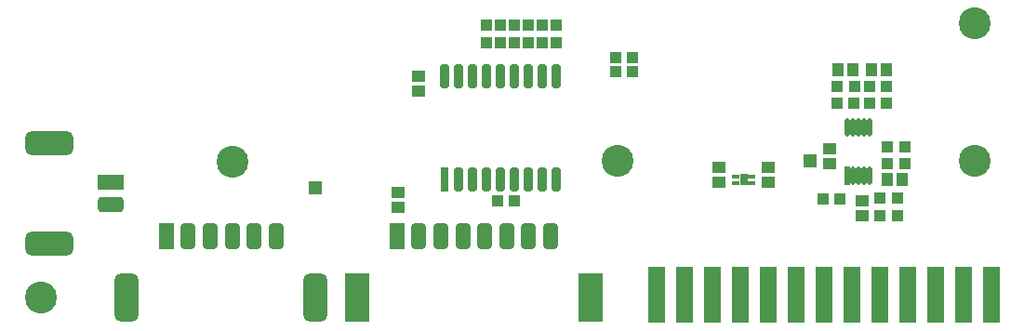
<source format=gts>
G04*
G04 #@! TF.GenerationSoftware,Altium Limited,Altium Designer,18.0.9 (584)*
G04*
G04 Layer_Color=8388736*
%FSLAX25Y25*%
%MOIN*%
G70*
G01*
G75*
G04:AMPARAMS|DCode=37|XSize=55.24mil|YSize=94.61mil|CornerRadius=15.81mil|HoleSize=0mil|Usage=FLASHONLY|Rotation=270.000|XOffset=0mil|YOffset=0mil|HoleType=Round|Shape=RoundedRectangle|*
%AMROUNDEDRECTD37*
21,1,0.05524,0.06299,0,0,270.0*
21,1,0.02362,0.09461,0,0,270.0*
1,1,0.03162,-0.03150,-0.01181*
1,1,0.03162,-0.03150,0.01181*
1,1,0.03162,0.03150,0.01181*
1,1,0.03162,0.03150,-0.01181*
%
%ADD37ROUNDEDRECTD37*%
%ADD38R,0.09461X0.05524*%
G04:AMPARAMS|DCode=39|XSize=86.74mil|YSize=173.35mil|CornerRadius=23.68mil|HoleSize=0mil|Usage=FLASHONLY|Rotation=270.000|XOffset=0mil|YOffset=0mil|HoleType=Round|Shape=RoundedRectangle|*
%AMROUNDEDRECTD39*
21,1,0.08674,0.12598,0,0,270.0*
21,1,0.03937,0.17335,0,0,270.0*
1,1,0.04737,-0.06299,-0.01968*
1,1,0.04737,-0.06299,0.01968*
1,1,0.04737,0.06299,0.01968*
1,1,0.04737,0.06299,-0.01968*
%
%ADD39ROUNDEDRECTD39*%
G04:AMPARAMS|DCode=40|XSize=55.24mil|YSize=94.61mil|CornerRadius=15.81mil|HoleSize=0mil|Usage=FLASHONLY|Rotation=0.000|XOffset=0mil|YOffset=0mil|HoleType=Round|Shape=RoundedRectangle|*
%AMROUNDEDRECTD40*
21,1,0.05524,0.06299,0,0,0.0*
21,1,0.02362,0.09461,0,0,0.0*
1,1,0.03162,0.01181,-0.03150*
1,1,0.03162,-0.01181,-0.03150*
1,1,0.03162,-0.01181,0.03150*
1,1,0.03162,0.01181,0.03150*
%
%ADD40ROUNDEDRECTD40*%
%ADD41R,0.08674X0.17335*%
%ADD42R,0.05524X0.09461*%
%ADD43R,0.04537X0.04143*%
%ADD44R,0.06312X0.20485*%
%ADD45R,0.04147X0.04147*%
%ADD46R,0.04147X0.04147*%
%ADD47R,0.04143X0.04537*%
G04:AMPARAMS|DCode=48|XSize=31.62mil|YSize=86.74mil|CornerRadius=9.91mil|HoleSize=0mil|Usage=FLASHONLY|Rotation=0.000|XOffset=0mil|YOffset=0mil|HoleType=Round|Shape=RoundedRectangle|*
%AMROUNDEDRECTD48*
21,1,0.03162,0.06693,0,0,0.0*
21,1,0.01181,0.08674,0,0,0.0*
1,1,0.01981,0.00591,-0.03347*
1,1,0.01981,-0.00591,-0.03347*
1,1,0.01981,-0.00591,0.03347*
1,1,0.01981,0.00591,0.03347*
%
%ADD48ROUNDEDRECTD48*%
%ADD49R,0.03162X0.08674*%
%ADD50R,0.04737X0.04737*%
G04:AMPARAMS|DCode=51|XSize=86.74mil|YSize=173.35mil|CornerRadius=23.68mil|HoleSize=0mil|Usage=FLASHONLY|Rotation=0.000|XOffset=0mil|YOffset=0mil|HoleType=Round|Shape=RoundedRectangle|*
%AMROUNDEDRECTD51*
21,1,0.08674,0.12598,0,0,0.0*
21,1,0.03937,0.17335,0,0,0.0*
1,1,0.04737,0.01968,-0.06299*
1,1,0.04737,-0.01968,-0.06299*
1,1,0.04737,-0.01968,0.06299*
1,1,0.04737,0.01968,0.06299*
%
%ADD51ROUNDEDRECTD51*%
%ADD52R,0.03950X0.03950*%
%ADD53R,0.01981X0.06509*%
%ADD54O,0.01981X0.06509*%
%ADD55R,0.02769X0.01784*%
%ADD56R,0.02769X0.04186*%
%ADD57C,0.11430*%
D37*
X34764Y43325D02*
D03*
D38*
Y51199D02*
D03*
D39*
X12795Y65372D02*
D03*
Y29152D02*
D03*
D40*
X192520Y31811D02*
D03*
X184646D02*
D03*
X176772D02*
D03*
X168898D02*
D03*
X161024D02*
D03*
X153150D02*
D03*
X145276D02*
D03*
X94095D02*
D03*
X86221D02*
D03*
X78347D02*
D03*
X70472D02*
D03*
X62598D02*
D03*
D41*
X206693Y9843D02*
D03*
X123228D02*
D03*
D42*
X137402Y31811D02*
D03*
X54724D02*
D03*
D43*
X292521Y63303D02*
D03*
Y57988D02*
D03*
X145276Y89173D02*
D03*
Y83858D02*
D03*
X137795Y42323D02*
D03*
Y47638D02*
D03*
X304134Y44685D02*
D03*
Y39370D02*
D03*
X270394Y51379D02*
D03*
Y56694D02*
D03*
X252953Y51379D02*
D03*
Y56694D02*
D03*
D44*
X230394Y11024D02*
D03*
X240394D02*
D03*
X250394D02*
D03*
X260394D02*
D03*
X270394D02*
D03*
X280394D02*
D03*
X290394D02*
D03*
X300394D02*
D03*
X310394D02*
D03*
X320394D02*
D03*
X330394D02*
D03*
X340394D02*
D03*
X350394D02*
D03*
D45*
X169528Y101378D02*
D03*
Y107480D02*
D03*
X174528Y101378D02*
D03*
Y107480D02*
D03*
X179528Y101378D02*
D03*
Y107480D02*
D03*
X184528Y101378D02*
D03*
Y107480D02*
D03*
X189528Y101378D02*
D03*
Y107480D02*
D03*
X194528Y101378D02*
D03*
Y107480D02*
D03*
X310394Y45472D02*
D03*
Y39370D02*
D03*
X316929D02*
D03*
Y45472D02*
D03*
D46*
X313287Y63976D02*
D03*
X319390D02*
D03*
Y58071D02*
D03*
X313287D02*
D03*
X312913Y85630D02*
D03*
X306811D02*
D03*
X301181Y79724D02*
D03*
X295079D02*
D03*
X301378Y85630D02*
D03*
X295276D02*
D03*
X179528Y44685D02*
D03*
X173425D02*
D03*
X221889Y91035D02*
D03*
X215786D02*
D03*
X306811Y79724D02*
D03*
X312913D02*
D03*
X290158Y45276D02*
D03*
X296260D02*
D03*
D47*
X313287Y52165D02*
D03*
X318602D02*
D03*
X307479Y91535D02*
D03*
X312794D02*
D03*
X300905D02*
D03*
X295590D02*
D03*
D48*
X194528Y89173D02*
D03*
Y52165D02*
D03*
X189528Y89173D02*
D03*
X184528D02*
D03*
X179528D02*
D03*
X174528D02*
D03*
X169528D02*
D03*
X164528D02*
D03*
X159528D02*
D03*
X154528D02*
D03*
X159528Y52165D02*
D03*
X164528D02*
D03*
X169528D02*
D03*
X174528D02*
D03*
X179528D02*
D03*
X184528D02*
D03*
X189528D02*
D03*
D49*
X154528D02*
D03*
D50*
X108275Y49213D02*
D03*
X285433Y59055D02*
D03*
D51*
X108268Y9843D02*
D03*
X40551D02*
D03*
D52*
X215913Y95823D02*
D03*
X221819D02*
D03*
D53*
X298937Y53741D02*
D03*
D54*
X300905D02*
D03*
X302874D02*
D03*
X304842D02*
D03*
X306811D02*
D03*
X298937Y71064D02*
D03*
X300905D02*
D03*
X302874D02*
D03*
X304842D02*
D03*
X306811D02*
D03*
D55*
X264482Y50984D02*
D03*
Y53347D02*
D03*
X258813D02*
D03*
Y50984D02*
D03*
D56*
X261667Y52165D02*
D03*
D57*
X344488Y108268D02*
D03*
X216543Y59055D02*
D03*
X344488D02*
D03*
X78347Y58583D02*
D03*
X9843Y9843D02*
D03*
M02*

</source>
